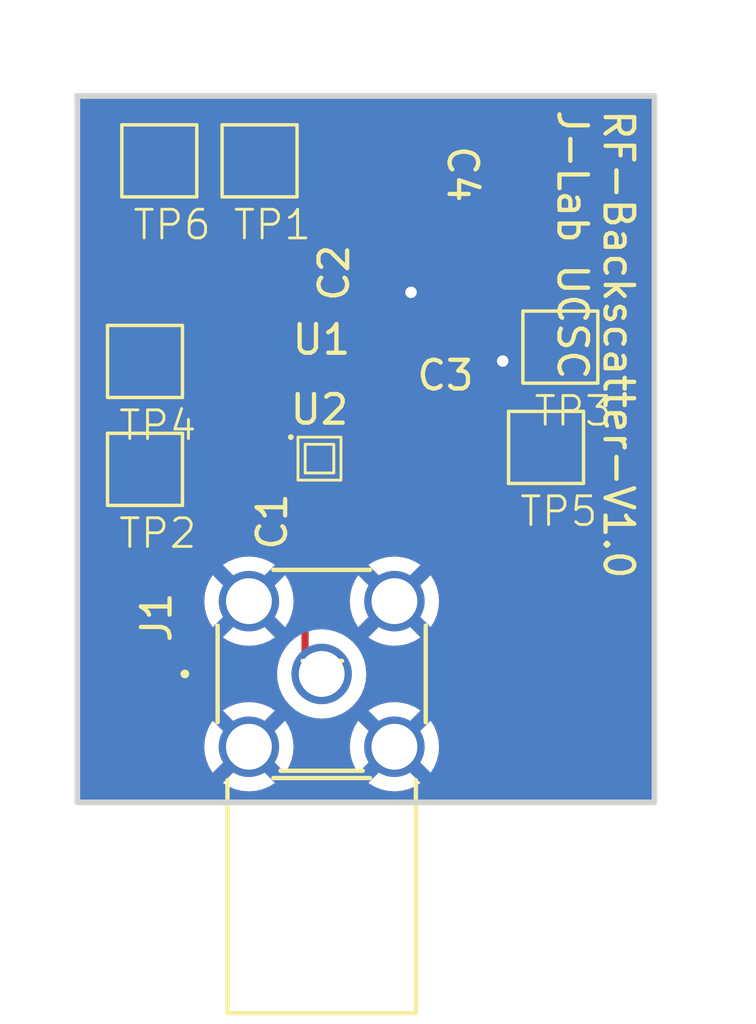
<source format=kicad_pcb>
(kicad_pcb (version 20240108) (generator "pcbnew") (generator_version "8.0")
  (layers (0 "F.Cu" signal) (31 "B.Cu" signal) (34 "B.Paste" user) (35 "F.Paste" user) (36 "B.SilkS" user "B.Silkscreen") (37 "F.SilkS" user "F.Silkscreen") (38 "B.Mask" user) (39 "F.Mask" user) (44 "Edge.Cuts" user))
  (net 0 "")
  (net 1 "Net-(U2-OUTPUT2)")
  (net 2 "GND")
  (net 4 "Net-(U1-CLK_Out)")
  (net 5 "+1V8")
  (net 7 "Net-(C1-Pad2)")
  (net 8 "Net-(U2-INPUT)")
  (footprint "JLab_FP:CAPC10555_55N_KEM" (layer "F.Cu") (at 174.5 82)
    (property "Reference" "C3" (at 0 0 0) (layer "F.SilkS"))
    (property "Value" "100pF")
    (pad "1" smd rect (at -0.476599 0) (size 0.503199 0.549999) (layers "F.Cu" "F.Paste" "F.Mask") (net 8 "Net-(U2-INPUT)"))
    (pad "2" smd rect (at 0.476599 0) (size 0.503199 0.549999) (layers "F.Cu" "F.Paste" "F.Mask") (net 2 "GND"))
    (zone (net 0) (net_name "") (layer "F.Cu") (connect_pads (clearance 0)) (min_thickness 0.254)
      (keepout (tracks not_allowed) (vias not_allowed) (pads allowed) (copperpour not_allowed) (footprints allowed))
      (fill (thermal_gap 0.508) (thermal_bridge_width 0.508))
      (polygon (pts (xy 174.3258 81.775801) (xy 174.6742 81.775801) (xy 174.6742 82.224199) (xy 174.3258 82.224199)))
    )
  )
  (footprint "WADARfootprints:CAPC10555_55N_KEM" (layer "F.Cu") (at 174 75 -90)
    (property "Reference" "C4" (at -0.023401 -1.1 -90) (layer "F.SilkS"))
    (property "Value" "33pF" (hide yes))
    (pad "1" smd rect (at -0.476599 0 270) (size 0.503199 0.549999) (layers "F.Cu" "F.Paste" "F.Mask") (net 5 "+1V8"))
    (pad "2" smd rect (at 0.476599 0 270) (size 0.503199 0.549999) (layers "F.Cu" "F.Paste" "F.Mask") (net 2 "GND"))
    (zone (net 0) (net_name "") (layer "F.Cu") (connect_pads (clearance 0)) (min_thickness 0.254)
      (keepout (tracks not_allowed) (vias not_allowed) (pads allowed) (copperpour not_allowed) (footprints allowed))
      (fill (thermal_gap 0.508) (thermal_bridge_width 0.508))
      (polygon (pts (xy 174.224199 74.8258) (xy 174.224199 75.1742) (xy 173.775801 75.1742) (xy 173.775801 74.8258)))
    )
  )
  (footprint "WADARfootprints:CAPC10555_55N_KEM" (layer "F.Cu") (at 169.6 87.076599 -90)
    (property "Reference" "C1" (at 0.023401 1.15 90) (layer "F.SilkS"))
    (property "Value" "100pF" (hide yes))
    (pad "1" smd rect (at -0.476599 0 270) (size 0.503199 0.549999) (layers "F.Cu" "F.Paste" "F.Mask") (net 1 "Net-(U2-OUTPUT2)"))
    (pad "2" smd rect (at 0.476599 0 270) (size 0.503199 0.549999) (layers "F.Cu" "F.Paste" "F.Mask") (net 7 "Net-(C1-Pad2)"))
    (zone (net 0) (net_name "") (layer "F.Cu") (connect_pads (clearance 0)) (min_thickness 0.254)
      (keepout (tracks not_allowed) (vias not_allowed) (pads allowed) (copperpour not_allowed) (footprints allowed))
      (fill (thermal_gap 0.508) (thermal_bridge_width 0.508))
      (polygon (pts (xy 169.824199 86.902399) (xy 169.824199 87.250799) (xy 169.375801 87.250799) (xy 169.375801 86.902399)))
    )
  )
  (footprint "JLab_FP:EpicTestPointV1" (layer "F.Cu") (at 164.4586 84.2446)
    (property "Reference" "TP4" (at 0 -0.5 0) (layer "F.SilkS") (effects (font (thickness 0.1))))
    (property "Value" "GND" (hide yes))
    (fp_line (start -1.754 -3.9892) (end 0.8622 -3.9892) (stroke (width 0.12)) (layer "F.SilkS"))
    (fp_line (start -1.754 -1.4746) (end -1.754 -3.9892) (stroke (width 0.12)) (layer "F.SilkS"))
    (fp_line (start 0.8622 -3.9892) (end 0.8622 -1.4746) (stroke (width 0.12)) (layer "F.SilkS"))
    (fp_line (start 0.8622 -1.4746) (end -1.754 -1.4746) (stroke (width 0.12)) (layer "F.SilkS"))
    (pad "1" smd rect (at -0.4586 -2.7446) (size 2 2) (layers "F.Cu" "F.Mask") (net 2 "GND"))
  )
  (footprint "JLab_FP:EpicTestPointV1" (layer "F.Cu") (at 164.9586 77.2446)
    (property "Reference" "TP6" (at 0 -0.5 0) (layer "F.SilkS") (effects (font (thickness 0.1))))
    (property "Value" "GND" (hide yes))
    (fp_line (start -1.754 -3.9892) (end 0.8622 -3.9892) (stroke (width 0.12)) (layer "F.SilkS"))
    (fp_line (start -1.754 -1.4746) (end -1.754 -3.9892) (stroke (width 0.12)) (layer "F.SilkS"))
    (fp_line (start 0.8622 -3.9892) (end 0.8622 -1.4746) (stroke (width 0.12)) (layer "F.SilkS"))
    (fp_line (start 0.8622 -1.4746) (end -1.754 -1.4746) (stroke (width 0.12)) (layer "F.SilkS"))
    (pad "1" smd rect (at -0.4586 -2.7446) (size 2 2) (layers "F.Cu" "F.Mask") (net 2 "GND"))
  )
  (footprint "JLab_FP:EpicTestPointV1" (layer "F.Cu") (at 164.4586 88.0098)
    (property "Reference" "TP2" (at 0 -0.5 0) (layer "F.SilkS") (effects (font (thickness 0.1))))
    (property "Value" "OUTPUT2" (hide yes))
    (fp_line (start -1.754 -3.9892) (end 0.8622 -3.9892) (stroke (width 0.12)) (layer "F.SilkS"))
    (fp_line (start -1.754 -1.4746) (end -1.754 -3.9892) (stroke (width 0.12)) (layer "F.SilkS"))
    (fp_line (start 0.8622 -3.9892) (end 0.8622 -1.4746) (stroke (width 0.12)) (layer "F.SilkS"))
    (fp_line (start 0.8622 -1.4746) (end -1.754 -1.4746) (stroke (width 0.12)) (layer "F.SilkS"))
    (pad "1" smd rect (at -0.4586 -2.7446) (size 2 2) (layers "F.Cu" "F.Mask") (net 7 "Net-(C1-Pad2)"))
  )
  (footprint "JLab_FP:EpicTestPointV1" (layer "F.Cu") (at 168.4586 77.2446)
    (property "Reference" "TP1" (at 0 -0.5 0) (layer "F.SilkS") (effects (font (thickness 0.1))))
    (property "Value" "VDD" (hide yes))
    (fp_line (start -1.754 -3.9892) (end 0.8622 -3.9892) (stroke (width 0.12)) (layer "F.SilkS"))
    (fp_line (start -1.754 -1.4746) (end -1.754 -3.9892) (stroke (width 0.12)) (layer "F.SilkS"))
    (fp_line (start 0.8622 -3.9892) (end 0.8622 -1.4746) (stroke (width 0.12)) (layer "F.SilkS"))
    (fp_line (start 0.8622 -1.4746) (end -1.754 -1.4746) (stroke (width 0.12)) (layer "F.SilkS"))
    (pad "1" smd rect (at -0.4586 -2.7446) (size 2 2) (layers "F.Cu" "F.Mask") (net 5 "+1V8"))
  )
  (footprint "WADARfootprints:CAPC10555_55N_KEM" (layer "F.Cu") (at 171.7 78.4 90)
    (property "Reference" "C2" (at -0.023401 -1.085604 90) (layer "F.SilkS"))
    (property "Value" "33pF" (hide yes))
    (pad "1" smd rect (at -0.476599 0 90) (size 0.503199 0.549999) (layers "F.Cu" "F.Paste" "F.Mask") (net 4 "Net-(U1-CLK_Out)"))
    (pad "2" smd rect (at 0.476599 0 90) (size 0.503199 0.549999) (layers "F.Cu" "F.Paste" "F.Mask") (net 2 "GND"))
    (zone (net 0) (net_name "") (layer "F.Cu") (connect_pads (clearance 0)) (min_thickness 0.254)
      (keepout (tracks not_allowed) (vias not_allowed) (pads allowed) (copperpour not_allowed) (footprints allowed))
      (fill (thermal_gap 0.508) (thermal_bridge_width 0.508))
      (polygon (pts (xy 171.475801 78.5742) (xy 171.475801 78.2258) (xy 171.924199 78.2258) (xy 171.924199 78.5742)))
    )
  )
  (footprint "WADARfootprints:CONN_SMA-J-P-H-RA-TH1_SAI" (layer "F.Cu") (at 170.18 92.4179 180)
    (property "Reference" "J1" (at 0 0 180) (layer "F.SilkS"))
    (property "Value" "SMA-J-P-H-RA-TH1")
    (fp_line (start 3.6322 1.685351) (end 3.6322 -1.685351) (stroke (width 0.1524)) (layer "F.SilkS"))
    (fp_line (start 3.2893 -3.706994) (end 3.2893 -11.8364) (stroke (width 0.1524)) (layer "F.SilkS"))
    (fp_line (start 3.2893 -11.8364) (end -3.2893 -11.8364) (stroke (width 0.1524)) (layer "F.SilkS"))
    (fp_line (start 1.685351 -3.6322) (end -1.685351 -3.6322) (stroke (width 0.1524)) (layer "F.SilkS"))
    (fp_line (start -1.435126 -3.3782) (end 1.435126 -3.3782) (stroke (width 0.1524)) (layer "F.SilkS"))
    (fp_line (start -1.685351 3.6322) (end 1.685351 3.6322) (stroke (width 0.1524)) (layer "F.SilkS"))
    (fp_line (start -3.2893 -11.8364) (end -3.2893 -3.706994) (stroke (width 0.1524)) (layer "F.SilkS"))
    (fp_line (start -3.6322 -1.685351) (end -3.6322 1.685351) (stroke (width 0.1524)) (layer "F.SilkS"))
    (fp_circle (center 4.7752 0) (end 4.8514 0) (stroke (width 0.1524)) (fill none) (layer "F.SilkS"))
    (pad "1" thru_hole circle (at 0 0 180) (size 2.1082 2.1082) (drill 1.6002) (layers "*.Cu" "*.Mask") (net 7 "Net-(C1-Pad2)"))
    (pad "2" thru_hole circle (at -2.54 -2.54 180) (size 2.1082 2.1082) (drill 1.6002) (layers "*.Cu" "*.Mask") (net 2 "GND"))
    (pad "3" thru_hole circle (at -2.54 2.54 180) (size 2.1082 2.1082) (drill 1.6002) (layers "*.Cu" "*.Mask") (net 2 "GND"))
    (pad "4" thru_hole circle (at 2.54 2.54 180) (size 2.1082 2.1082) (drill 1.6002) (layers "*.Cu" "*.Mask") (net 2 "GND"))
    (pad "5" thru_hole circle (at 2.54 -2.54 180) (size 2.1082 2.1082) (drill 1.6002) (layers "*.Cu" "*.Mask") (net 2 "GND"))
  )
  (footprint "JLab_FP:EpicTestPointV1" (layer "F.Cu") (at 178.9586 83.7446)
    (property "Reference" "TP3" (at 0 -0.5 0) (layer "F.SilkS") (effects (font (thickness 0.1))))
    (property "Value" "CLK_OUT" (hide yes))
    (fp_line (start -1.754 -3.9892) (end 0.8622 -3.9892) (stroke (width 0.12)) (layer "F.SilkS"))
    (fp_line (start -1.754 -1.4746) (end -1.754 -3.9892) (stroke (width 0.12)) (layer "F.SilkS"))
    (fp_line (start 0.8622 -3.9892) (end 0.8622 -1.4746) (stroke (width 0.12)) (layer "F.SilkS"))
    (fp_line (start 0.8622 -1.4746) (end -1.754 -1.4746) (stroke (width 0.12)) (layer "F.SilkS"))
    (pad "1" smd rect (at -0.4586 -2.7446) (size 2 2) (layers "F.Cu" "F.Mask") (net 4 "Net-(U1-CLK_Out)"))
  )
  (footprint "JLab_FP:EpicTestPointV1" (layer "F.Cu") (at 178.4586 87.2446)
    (property "Reference" "TP5" (at 0 -0.5 0) (layer "F.SilkS") (effects (font (thickness 0.1))))
    (property "Value" "GND" (hide yes))
    (fp_line (start -1.754 -3.9892) (end 0.8622 -3.9892) (stroke (width 0.12)) (layer "F.SilkS"))
    (fp_line (start -1.754 -1.4746) (end -1.754 -3.9892) (stroke (width 0.12)) (layer "F.SilkS"))
    (fp_line (start 0.8622 -3.9892) (end 0.8622 -1.4746) (stroke (width 0.12)) (layer "F.SilkS"))
    (fp_line (start 0.8622 -1.4746) (end -1.754 -1.4746) (stroke (width 0.12)) (layer "F.SilkS"))
    (pad "1" smd rect (at -0.4586 -2.7446) (size 2 2) (layers "F.Cu" "F.Mask") (net 2 "GND"))
  )
  (footprint "JLab_FP:SKY13351_FP" (layer "F.Cu") (at 170.104076 80.154001)
    (property "Reference" "U2" (at 0 3.04 0) (layer "F.SilkS"))
    (property "Value" "~" (hide yes))
    (fp_poly (pts (xy -0.1 4.65) (xy -0.1 4.85) (xy 0.1 4.85) (xy 0.1 4.65)) (stroke (width 0.2)) (fill solid) (layer "F.Cu"))
    (fp_rect (start -0.75 4) (end 0.75 5.5) (stroke (width 0.1)) (fill none) (layer "F.SilkS"))
    (fp_rect (start -0.5 4.25) (end 0.5 5.25) (stroke (width 0.1)) (fill none) (layer "F.SilkS"))
    (fp_circle (center -1 4) (end -1 4) (stroke (width 0.1)) (fill none) (layer "F.SilkS"))
    (pad "1" smd roundrect (at -0.5 4.4) (size 0.33 0.15) (layers "F.Cu" "F.Paste" "F.Mask"))
    (pad "2" smd roundrect (at -0.3825 4.75) (size 0.565 0.15) (layers "F.Cu" "F.Paste" "F.Mask") (net 2 "GND"))
    (pad "2" smd roundrect (at 0 4.4 90) (size 0.565 0.15) (layers "F.Cu" "F.Paste" "F.Mask") (net 2 "GND"))
    (pad "2" smd roundrect (at 0 5.1 90) (size 0.565 0.15) (layers "F.Cu" "F.Paste" "F.Mask") (net 2 "GND"))
    (pad "3" smd roundrect (at -0.5 5.1) (size 0.33 0.15) (layers "F.Cu" "F.Paste" "F.Mask") (net 1 "Net-(U2-OUTPUT2)"))
    (pad "4" smd roundrect (at 0.5 5.1) (size 0.33 0.15) (layers "F.Cu" "F.Paste" "F.Mask") (net 5 "+1V8"))
    (pad "5" smd roundrect (at 0.5 4.75) (size 0.33 0.15) (layers "F.Cu" "F.Paste" "F.Mask") (net 8 "Net-(U2-INPUT)"))
    (pad "6" smd roundrect (at 0.5 4.4) (size 0.33 0.15) (layers "F.Cu" "F.Paste" "F.Mask") (net 4 "Net-(U1-CLK_Out)"))
  )
  (footprint "WADARfootprints:XTAL4_SiT1533_SIT" (layer "F.Cu") (at 170.171575 80.754001)
    (property "Reference" "U1" (at 0 0 0) (layer "F.SilkS"))
    (property "Value" "SIT1534AI-H4-DCC-00.001E")
    (pad "1" smd rect (at -0.800001 0) (size 0.4064 1.397) (layers "F.Cu" "F.Paste" "F.Mask"))
    (pad "2" smd rect (at -0.098975 0.445999 90) (size 0.508 0.3048) (layers "F.Cu" "F.Paste" "F.Mask") (net 2 "GND"))
    (pad "3" smd rect (at 0.800001 0) (size 0.4064 1.397) (layers "F.Cu" "F.Paste" "F.Mask") (net 4 "Net-(U1-CLK_Out)"))
    (pad "4" smd rect (at 0.106 -0.445999 90) (size 0.508 0.3048) (layers "F.Cu" "F.Paste" "F.Mask") (net 5 "+1V8"))
  )
  (gr_rect (start 161.65 72.25) (end 181.8 96.9) (stroke (width 0.2)) (fill none) (layer "Edge.Cuts"))
  (gr_text "RF-Backscatter-V1.0\nJ-Lab UCSC" (at 178.35 72.65 -90) (layer "F.SilkS") (effects (font (size 1 1)) (justify left bottom)))
  (gr_text "J1" (at 165 91.4 90) (layer "F.SilkS") (effects (font (size 1 1)) (justify left bottom)))
  (segment (start 169.6 86.6) (end 169.6 85.308077) (width 0.25) (layer "F.Cu") (net 1))
  (segment (start 169.6 85.308077) (end 169.604076 85.304001) (width 0.25) (layer "F.Cu") (net 1))
  (segment (start 170.0726 81.2) (end 170.1 81.2) (width 0.25) (layer "F.Cu") (net 2))
  (segment (start 174.976599 82) (end 176 82) (width 0.25) (layer "F.Cu") (net 2))
  (segment (start 171.7 77.923401) (end 172.123401 77.923401) (width 0.25) (layer "F.Cu") (net 2))
  (segment (start 176 82) (end 176.5 81.5) (width 0.25) (layer "F.Cu") (net 2))
  (segment (start 170.1 81.2) (end 170.1 81.204001) (width 0.25) (layer "F.Cu") (net 2))
  (segment (start 170.071576 84.254001) (end 170.071576 82.154001) (width 0.25) (layer "F.Cu") (net 2))
  (segment (start 172.123401 77.923401) (end 173.3 79.1) (width 0.25) (layer "F.Cu") (net 2))
  (segment (start 170.071576 82.254001) (end 170.071576 81.254001) (width 0.25) (layer "F.Cu") (net 2))
  (via (at 176.5 81.5) (size 0.8) (drill 0.4) (layers "F.Cu" "B.Cu") (net 2))
  (via (at 173.3 79.1) (size 0.8) (drill 0.4) (layers "F.Cu" "B.Cu") (net 2))
  (segment (start 171.7 78.876599) (end 174.023096 81.199695) (width 0.25) (layer "F.Cu") (net 4))
  (segment (start 175.775 81.199695) (end 176.199695 80.775) (width 0.25) (layer "F.Cu") (net 4))
  (segment (start 176.199695 80.775) (end 178.275 80.775) (width 0.25) (layer "F.Cu") (net 4))
  (segment (start 170.971576 80.754001) (end 170.971576 84.136501) (width 0.25) (layer "F.Cu") (net 4))
  (segment (start 174.023096 81.199695) (end 175.775 81.199695) (width 0.25) (layer "F.Cu") (net 4))
  (segment (start 170.971576 79.605023) (end 171.7 78.876599) (width 0.25) (layer "F.Cu") (net 4))
  (segment (start 170.971576 80.754001) (end 170.971576 79.605023) (width 0.25) (layer "F.Cu") (net 4))
  (segment (start 170.975577 80.75) (end 170.971576 80.754001) (width 0.25) (layer "F.Cu") (net 4))
  (segment (start 170.971576 84.136501) (end 170.604076 84.504001) (width 0.25) (layer "F.Cu") (net 4))
  (segment (start 178.275 80.775) (end 178.5 81) (width 0.25) (layer "F.Cu") (net 4))
  (segment (start 170.05 74.55) (end 174.55 79.05) (width 0.25) (layer "F.Cu") (net 5))
  (segment (start 168 74.5) (end 170 74.5) (width 0.25) (layer "F.Cu") (net 5))
  (segment (start 170.277575 75.822425) (end 170.05 75.59485) (width 0.25) (layer "F.Cu") (net 5))
  (segment (start 170 74.5) (end 170.05 74.55) (width 0.25) (layer "F.Cu") (net 5))
  (segment (start 174.55 79.05) (end 180.5 79.05) (width 0.25) (layer "F.Cu") (net 5))
  (segment (start 170.277575 80.308002) (end 170.277575 75.822425) (width 0.25) (layer "F.Cu") (net 5))
  (segment (start 171.1 85.25) (end 170.65 85.25) (width 0.2) (layer "F.Cu") (net 5))
  (segment (start 173.973401 74.55) (end 174 74.523401) (width 0.25) (layer "F.Cu") (net 5))
  (segment (start 180.5 79.05) (end 180.5 85.5) (width 0.25) (layer "F.Cu") (net 5))
  (segment (start 172.323 86.5) (end 171.1 85.277) (width 0.25) (layer "F.Cu") (net 5))
  (segment (start 180.5 85.5) (end 179.5 86.5) (width 0.25) (layer "F.Cu") (net 5))
  (segment (start 179.5 86.5) (end 172.323 86.5) (width 0.25) (layer "F.Cu") (net 5))
  (segment (start 170.05 75.59485) (end 170.05 74.55) (width 0.25) (layer "F.Cu") (net 5))
  (segment (start 170.05 74.55) (end 173.973401 74.55) (width 0.25) (layer "F.Cu") (net 5))
  (segment (start 169.596802 87.55) (end 169.6 87.553198) (width 0.25) (layer "F.Cu") (net 7))
  (segment (start 164 85.2652) (end 166.287998 87.553198) (width 0.25) (layer "F.Cu") (net 7))
  (segment (start 169.6 91.8379) (end 170.18 92.4179) (width 0.25) (layer "F.Cu") (net 7))
  (segment (start 169.6 87.553198) (end 169.6 91.6379) (width 0.25) (layer "F.Cu") (net 7))
  (segment (start 166.287998 87.553198) (end 169.6 87.553198) (width 0.25) (layer "F.Cu") (net 7))
  (segment (start 171.8 84.223401) (end 171.8 84.9) (width 0.25) (layer "F.Cu") (net 8))
  (segment (start 170.7 84.9) (end 171.8 84.9) (width 0.2) (layer "F.Cu") (net 8))
  (segment (start 174.023401 82) (end 171.8 84.223401) (width 0.25) (layer "F.Cu") (net 8))
  (zone (net 2) (net_name "GND") (layer "F.Cu") (priority 1) (connect_pads (clearance 0.5)) (min_thickness 0.25) (fill yes (thermal_gap 0.5) (thermal_bridge_width 0.5) (island_removal_mode 1) (island_area_min 10))
    (polygon (pts (xy 163.9 88.3) (xy 175.4 88.3) (xy 175.4 96.25) (xy 163.9 96.2) (xy 163.9 93.9) (xy 163.85 93.75) (xy 163.9 94.65) (xy 163.9 93.95)))
  )
  (zone (net 2) (net_name "GND") (layers "F&B.Cu") (connect_pads (clearance 0.5)) (min_thickness 0.25) (fill yes (thermal_gap 0.5) (thermal_bridge_width 0.5))
    (polygon (pts (xy 161.1 70.3) (xy 185.1 68.9) (xy 185.35 96.9) (xy 161.45 98.3)))
  )
)
</source>
